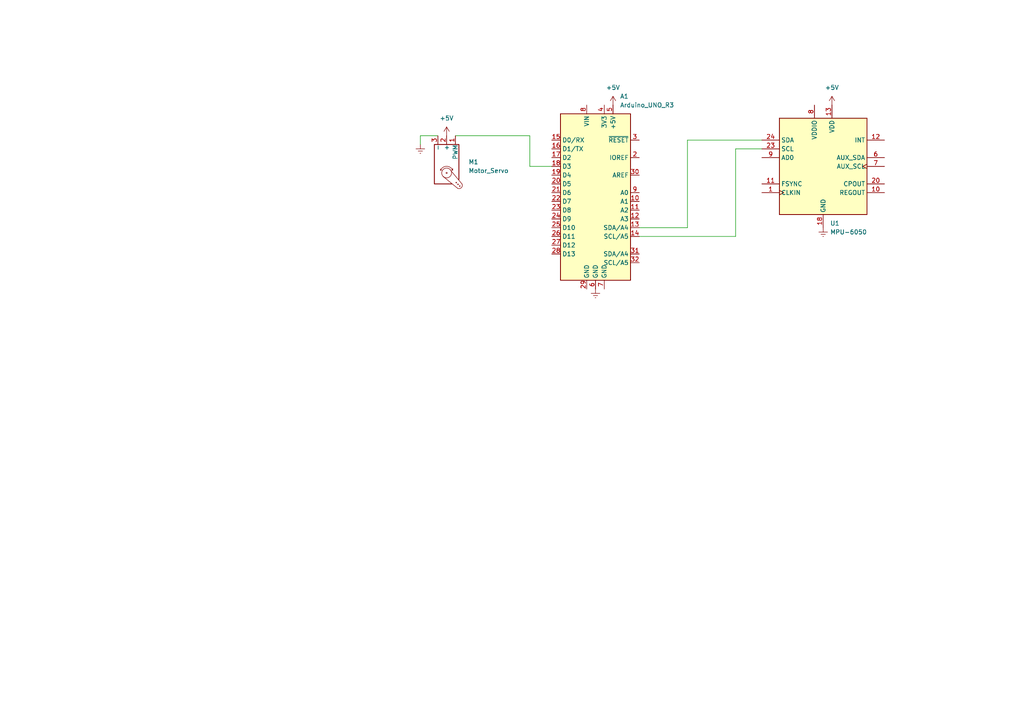
<source format=kicad_sch>
(kicad_sch (version 20211123) (generator eeschema)
  (paper "A4")
  (lib_symbols
    (symbol "MCU_Module:Arduino_UNO_R3"
      (property "Reference" "A" (at -10.16 23.495 0))
      (property "Value" "Arduino_UNO_R3" (at 5.08 -26.67 0))
      (symbol "Arduino_UNO_R3_0_1"
        (rectangle (start -10.16 22.86) (end 10.16 -25.4) (stroke (width 0.254)) (fill (type background)))
      )
      (symbol "Arduino_UNO_R3_1_1"
        (pin no_connect line (at -10.16 -20.32 0) (length 2.54) hide (name "NC") (number "1"))
        (pin bidirectional line (at 12.7 -2.54 180) (length 2.54) (name "A1") (number "10"))
        (pin bidirectional line (at 12.7 -5.08 180) (length 2.54) (name "A2") (number "11"))
        (pin bidirectional line (at 12.7 -7.62 180) (length 2.54) (name "A3") (number "12"))
        (pin bidirectional line (at 12.7 -10.16 180) (length 2.54) (name "SDA/A4") (number "13"))
        (pin bidirectional line (at 12.7 -12.7 180) (length 2.54) (name "SCL/A5") (number "14"))
        (pin bidirectional line (at -12.7 15.24 0) (length 2.54) (name "D0/RX") (number "15"))
        (pin bidirectional line (at -12.7 12.7 0) (length 2.54) (name "D1/TX") (number "16"))
        (pin bidirectional line (at -12.7 10.16 0) (length 2.54) (name "D2") (number "17"))
        (pin bidirectional line (at -12.7 7.62 0) (length 2.54) (name "D3") (number "18"))
        (pin bidirectional line (at -12.7 5.08 0) (length 2.54) (name "D4") (number "19"))
        (pin output line (at 12.7 10.16 180) (length 2.54) (name "IOREF") (number "2"))
        (pin bidirectional line (at -12.7 2.54 0) (length 2.54) (name "D5") (number "20"))
        (pin bidirectional line (at -12.7 0 0) (length 2.54) (name "D6") (number "21"))
        (pin bidirectional line (at -12.7 -2.54 0) (length 2.54) (name "D7") (number "22"))
        (pin bidirectional line (at -12.7 -5.08 0) (length 2.54) (name "D8") (number "23"))
        (pin bidirectional line (at -12.7 -7.62 0) (length 2.54) (name "D9") (number "24"))
        (pin bidirectional line (at -12.7 -10.16 0) (length 2.54) (name "D10") (number "25"))
        (pin bidirectional line (at -12.7 -12.7 0) (length 2.54) (name "D11") (number "26"))
        (pin bidirectional line (at -12.7 -15.24 0) (length 2.54) (name "D12") (number "27"))
        (pin bidirectional line (at -12.7 -17.78 0) (length 2.54) (name "D13") (number "28"))
        (pin power_in line (at -2.54 -27.94 90) (length 2.54) (name "GND") (number "29"))
        (pin input line (at 12.7 15.24 180) (length 2.54) (name "~{RESET}") (number "3"))
        (pin input line (at 12.7 5.08 180) (length 2.54) (name "AREF") (number "30"))
        (pin bidirectional line (at 12.7 -17.78 180) (length 2.54) (name "SDA/A4") (number "31"))
        (pin bidirectional line (at 12.7 -20.32 180) (length 2.54) (name "SCL/A5") (number "32"))
        (pin power_out line (at 2.54 25.4 270) (length 2.54) (name "3V3") (number "4"))
        (pin power_out line (at 5.08 25.4 270) (length 2.54) (name "+5V") (number "5"))
        (pin power_in line (at 0 -27.94 90) (length 2.54) (name "GND") (number "6"))
        (pin power_in line (at 2.54 -27.94 90) (length 2.54) (name "GND") (number "7"))
        (pin power_in line (at -2.54 25.4 270) (length 2.54) (name "VIN") (number "8"))
        (pin bidirectional line (at 12.7 0 180) (length 2.54) (name "A0") (number "9"))
      )
    )
    (symbol "Motor:Motor_Servo" (pin_names (offset 0.0254))
      (property "Reference" "M" (at -5.08 4.445 0))
      (property "Value" "Motor_Servo" (at -5.08 -4.064 0))
      (symbol "Motor_Servo_0_1"
        (polyline (pts (xy 2.413 -1.778) (xy 2.032 -1.778)))
        (polyline (pts (xy 2.413 -1.778) (xy 2.286 -1.397)))
        (polyline (pts (xy 2.413 1.778) (xy 1.905 1.778)))
        (polyline (pts (xy 2.413 1.778) (xy 2.286 1.397)))
        (polyline (pts (xy 6.35 4.445) (xy 2.54 1.27)))
        (polyline (pts (xy 7.62 3.175) (xy 4.191 -1.016)))
        (polyline (pts (xy 5.08 3.556) (xy -5.08 3.556) (xy -5.08 -3.556) (xy 6.35 -3.556) (xy 6.35 1.524)) (stroke (width 0.254)))
        (arc (start 2.413 1.778) (mid 1.2406 0) (end 2.413 -1.778))
        (circle (center 3.175 0) (radius 0.1778))
        (circle (center 3.175 0) (radius 1.4224))
        (circle (center 5.969 2.794) (radius 0.127))
        (circle (center 6.477 3.302) (radius 0.127))
        (circle (center 6.985 3.81) (radius 0.127))
        (arc (start 7.62 3.175) (mid 7.4485 4.2735) (end 6.35 4.445))
      )
      (symbol "Motor_Servo_1_1"
        (pin passive line (at -7.62 2.54 0) (length 2.54) (name "PWM") (number "1"))
        (pin passive line (at -7.62 0 0) (length 2.54) (name "+") (number "2"))
        (pin passive line (at -7.62 -2.54 0) (length 2.54) (name "-") (number "3"))
      )
    )
    (symbol "Sensor_Motion:MPU-6050"
      (property "Reference" "U" (at -11.43 13.97 0))
      (property "Value" "MPU-6050" (at 7.62 -15.24 0))
      (symbol "MPU-6050_0_0"
        (text "" (at 12.7 -2.54 0) (effects (font (size 1.27 1.27))))
      )
      (symbol "MPU-6050_0_1"
        (rectangle (start -12.7 13.97) (end 12.7 -13.97) (stroke (width 0.254)) (fill (type background)))
      )
      (symbol "MPU-6050_1_1"
        (pin input clock (at -17.78 -7.62 0) (length 5.08) (name "CLKIN") (number "1"))
        (pin passive line (at 17.78 -7.62 180) (length 5.08) (name "REGOUT") (number "10"))
        (pin input line (at -17.78 -5.08 0) (length 5.08) (name "FSYNC") (number "11"))
        (pin output line (at 17.78 7.62 180) (length 5.08) (name "INT") (number "12"))
        (pin power_in line (at 2.54 17.78 270) (length 3.81) (name "VDD") (number "13"))
        (pin no_connect line (at -12.7 -10.16 0) (length 2.54) hide (name "NC") (number "14"))
        (pin no_connect line (at 12.7 12.7 180) (length 2.54) hide (name "NC") (number "15"))
        (pin no_connect line (at 12.7 10.16 180) (length 2.54) hide (name "NC") (number "16"))
        (pin no_connect line (at 12.7 5.08 180) (length 2.54) hide (name "NC") (number "17"))
        (pin power_in line (at 0 -17.78 90) (length 3.81) (name "GND") (number "18"))
        (pin no_connect line (at 12.7 -10.16 180) (length 2.54) hide (name "NC") (number "19"))
        (pin no_connect line (at -12.7 12.7 0) (length 2.54) hide (name "NC") (number "2"))
        (pin passive line (at 17.78 -5.08 180) (length 5.08) (name "CPOUT") (number "20"))
        (pin no_connect line (at 12.7 -2.54 180) (length 2.54) hide (name "NC") (number "21"))
        (pin no_connect line (at 12.7 -12.7 180) (length 2.54) hide (name "NC") (number "22"))
        (pin input line (at -17.78 5.08 0) (length 5.08) (name "SCL") (number "23"))
        (pin bidirectional line (at -17.78 7.62 0) (length 5.08) (name "SDA") (number "24"))
        (pin no_connect line (at -12.7 10.16 0) (length 2.54) hide (name "NC") (number "3"))
        (pin no_connect line (at -12.7 0 0) (length 2.54) hide (name "NC") (number "4"))
        (pin no_connect line (at -12.7 -2.54 0) (length 2.54) hide (name "NC") (number "5"))
        (pin bidirectional line (at 17.78 2.54 180) (length 5.08) (name "AUX_SDA") (number "6"))
        (pin output clock (at 17.78 0 180) (length 5.08) (name "AUX_SCL") (number "7"))
        (pin power_in line (at -2.54 17.78 270) (length 3.81) (name "VDDIO") (number "8"))
        (pin input line (at -17.78 2.54 0) (length 5.08) (name "AD0") (number "9"))
      )
    )
    (symbol "power:+5V" (power) (pin_names (offset 0))
      (property "Value" "+5V" (at 0 3.556 0))
      (symbol "+5V_0_1"
        (polyline (pts (xy -0.762 1.27) (xy 0 2.54)))
        (polyline (pts (xy 0 0) (xy 0 2.54)))
        (polyline (pts (xy 0 2.54) (xy 0.762 1.27)))
      )
      (symbol "+5V_1_1"
        (pin power_in line (at 0 0 90) (length 0) hide (name "+5V") (number "1"))
      )
    )
    (symbol "power:Earth" (power) (pin_names (offset 0))
      (symbol "Earth_0_1"
        (polyline (pts (xy -0.635 -1.905) (xy 0.635 -1.905)))
        (polyline (pts (xy -0.127 -2.54) (xy 0.127 -2.54)))
        (polyline (pts (xy 0 -1.27) (xy 0 0)))
        (polyline (pts (xy 1.27 -1.27) (xy -1.27 -1.27)))
      )
      (symbol "Earth_1_1"
        (pin power_in line (at 0 0 270) (length 0) hide (name "Earth") (number "1"))
      )
    )
  )
  (wire (pts (xy 153.67 39.37) (xy 153.67 48.26)))
  (wire (pts (xy 185.42 66.04) (xy 199.39 66.04)))
  (wire (pts (xy 153.67 48.26) (xy 160.02 48.26)))
  (wire (pts (xy 185.42 68.58) (xy 213.36 68.58)))
  (wire (pts (xy 127 39.37) (xy 121.92 39.37)))
  (wire (pts (xy 213.36 43.18) (xy 220.98 43.18)))
  (wire (pts (xy 121.92 39.37) (xy 121.92 41.91)))
  (wire (pts (xy 199.39 40.64) (xy 220.98 40.64)))
  (wire (pts (xy 199.39 66.04) (xy 199.39 40.64)))
  (wire (pts (xy 213.36 68.58) (xy 213.36 43.18)))
  (wire (pts (xy 132.08 39.37) (xy 153.67 39.37)))
  (symbol (lib_id "Motor:Motor_Servo") (at 129.54 46.99 270) (unit 1)
    (property "Reference" "M1" (at 135.89 46.9788 90) (effects (justify left)))
    (property "Value" "Motor_Servo" (at 135.89 49.5188 90) (effects (justify left)))
    (property "Datasheet" "http://forums.parallax.com/uploads/attachments/46831/74481.png" (effects hide))
  )
  (symbol (lib_id "power:Earth") (at 172.72 83.82 0) (unit 1)
    (property "Reference" "#PWR03" (effects hide))
    (property "Value" "Earth" (effects hide))
  )
  (symbol (lib_id "power:+5V") (at 129.54 39.37 0) (unit 1)
    (property "Reference" "#PWR02" (effects hide))
    (property "Value" "+5V" (at 129.54 34.29 0))
  )
  (symbol (lib_id "Sensor_Motion:MPU-6050") (at 238.76 48.26 0) (unit 1)
    (property "Reference" "U1" (at 240.7794 64.77 0) (effects (justify left)))
    (property "Value" "MPU-6050" (at 240.7794 67.31 0) (effects (justify left)))
    (property "Footprint" "Sensor_Motion:InvenSense_QFN-24_4x4mm_P0.5mm" (effects hide))
    (property "Datasheet" "https://store.invensense.com/datasheets/invensense/MPU-6050_DataSheet_V3%204.pdf" (effects hide))
  )
  (symbol (lib_id "power:Earth") (at 238.76 66.04 0) (unit 1)
    (property "Reference" "#PWR05" (effects hide))
    (property "Value" "Earth" (effects hide))
  )
  (symbol (lib_id "power:+5V") (at 177.8 30.48 0) (unit 1)
    (property "Reference" "#PWR04" (effects hide))
    (property "Value" "+5V" (at 177.8 25.4 0))
  )
  (symbol (lib_id "power:Earth") (at 121.92 41.91 0) (mirror y) (unit 1)
    (property "Reference" "#PWR01" (effects hide))
    (property "Value" "Earth" (effects hide))
  )
  (symbol (lib_id "power:+5V") (at 241.3 30.48 0) (unit 1)
    (property "Reference" "#PWR06" (effects hide))
    (property "Value" "+5V" (at 241.3 25.4 0))
  )
  (symbol (lib_id "MCU_Module:Arduino_UNO_R3") (at 172.72 55.88 0) (unit 1)
    (property "Reference" "A1" (at 179.8194 27.94 0) (effects (justify left)))
    (property "Value" "Arduino_UNO_R3" (at 179.8194 30.48 0) (effects (justify left)))
    (property "Footprint" "Module:Arduino_UNO_R3" (effects hide))
    (property "Datasheet" "https://www.arduino.cc/en/Main/arduinoBoardUno" (effects hide))
  )
)
</source>
